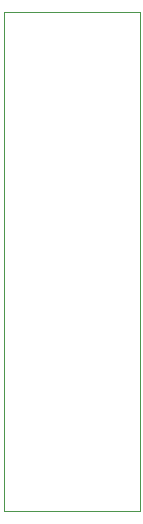
<source format=gbr>
%TF.GenerationSoftware,KiCad,Pcbnew,(5.1.9)-1*%
%TF.CreationDate,2021-02-04T07:52:57-05:00*%
%TF.ProjectId,NerdConsole_BreadBoard_Bridge16,4e657264-436f-46e7-936f-6c655f427265,rev?*%
%TF.SameCoordinates,Original*%
%TF.FileFunction,Profile,NP*%
%FSLAX46Y46*%
G04 Gerber Fmt 4.6, Leading zero omitted, Abs format (unit mm)*
G04 Created by KiCad (PCBNEW (5.1.9)-1) date 2021-02-04 07:52:57*
%MOMM*%
%LPD*%
G01*
G04 APERTURE LIST*
%TA.AperFunction,Profile*%
%ADD10C,0.050000*%
%TD*%
G04 APERTURE END LIST*
D10*
X157500000Y-128750000D02*
X146000000Y-128750000D01*
X157500000Y-86500000D02*
X157500000Y-128750000D01*
X146000000Y-86500000D02*
X157500000Y-86500000D01*
X146000000Y-128750000D02*
X146000000Y-86500000D01*
M02*

</source>
